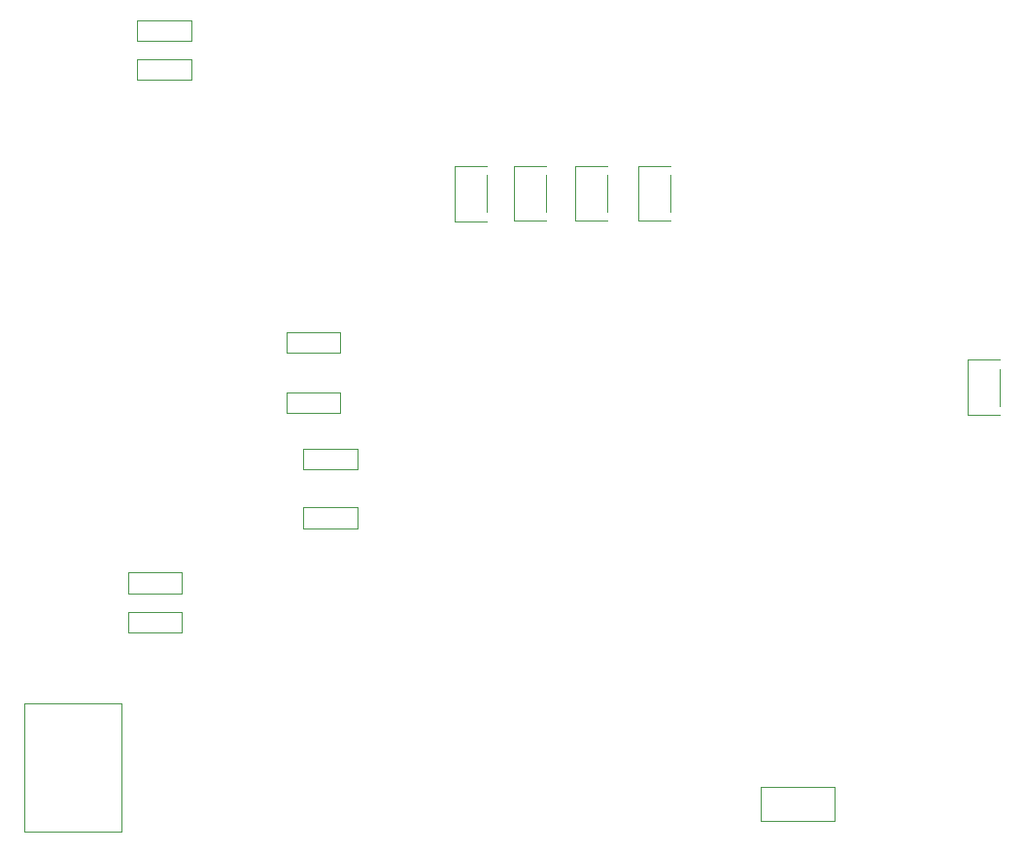
<source format=gbr>
G04 #@! TF.FileFunction,Other,User*
%FSLAX46Y46*%
G04 Gerber Fmt 4.6, Leading zero omitted, Abs format (unit mm)*
G04 Created by KiCad (PCBNEW 4.0.7-e2-6376~58~ubuntu16.04.1) date Fri Dec  1 14:53:18 2017*
%MOMM*%
%LPD*%
G01*
G04 APERTURE LIST*
%ADD10C,0.100000*%
%ADD11C,0.050000*%
G04 APERTURE END LIST*
D10*
D11*
X36507240Y-94190840D02*
X36507240Y-82990840D01*
X36507240Y-82990840D02*
X28057240Y-82990840D01*
X28057240Y-82990840D02*
X28057240Y-94190840D01*
X28057240Y-94190840D02*
X36507240Y-94190840D01*
X37047240Y-71640840D02*
X41747240Y-71640840D01*
X37047240Y-71640840D02*
X37047240Y-73440840D01*
X41747240Y-73440840D02*
X41747240Y-71640840D01*
X41747240Y-73440840D02*
X37047240Y-73440840D01*
X37050000Y-75050000D02*
X41750000Y-75050000D01*
X37050000Y-75050000D02*
X37050000Y-76850000D01*
X41750000Y-76850000D02*
X41750000Y-75050000D01*
X41750000Y-76850000D02*
X37050000Y-76850000D01*
X37847240Y-26890840D02*
X42547240Y-26890840D01*
X37847240Y-26890840D02*
X37847240Y-28690840D01*
X42547240Y-28690840D02*
X42547240Y-26890840D01*
X42547240Y-28690840D02*
X37847240Y-28690840D01*
X37847240Y-23490840D02*
X42547240Y-23490840D01*
X37847240Y-23490840D02*
X37847240Y-25290840D01*
X42547240Y-25290840D02*
X42547240Y-23490840D01*
X42547240Y-25290840D02*
X37847240Y-25290840D01*
X113050000Y-53100000D02*
X110250000Y-53100000D01*
X110250000Y-57900000D02*
X113050000Y-57900000D01*
X110250000Y-57900000D02*
X110250000Y-53100000D01*
X113050000Y-57100000D02*
X113050000Y-53900000D01*
X68300000Y-36200000D02*
X65500000Y-36200000D01*
X65500000Y-41000000D02*
X68300000Y-41000000D01*
X65500000Y-41000000D02*
X65500000Y-36200000D01*
X68300000Y-40200000D02*
X68300000Y-37000000D01*
X73497240Y-36190840D02*
X70697240Y-36190840D01*
X70697240Y-40990840D02*
X73497240Y-40990840D01*
X70697240Y-40990840D02*
X70697240Y-36190840D01*
X73497240Y-40190840D02*
X73497240Y-36990840D01*
X78797240Y-36190840D02*
X75997240Y-36190840D01*
X75997240Y-40990840D02*
X78797240Y-40990840D01*
X75997240Y-40990840D02*
X75997240Y-36190840D01*
X78797240Y-40190840D02*
X78797240Y-36990840D01*
X84297240Y-36190840D02*
X81497240Y-36190840D01*
X81497240Y-40990840D02*
X84297240Y-40990840D01*
X81497240Y-40990840D02*
X81497240Y-36190840D01*
X84297240Y-40190840D02*
X84297240Y-36990840D01*
X50850000Y-55950000D02*
X55550000Y-55950000D01*
X50850000Y-55950000D02*
X50850000Y-57750000D01*
X55550000Y-57750000D02*
X55550000Y-55950000D01*
X55550000Y-57750000D02*
X50850000Y-57750000D01*
X50850000Y-50700000D02*
X55550000Y-50700000D01*
X50850000Y-50700000D02*
X50850000Y-52500000D01*
X55550000Y-52500000D02*
X55550000Y-50700000D01*
X55550000Y-52500000D02*
X50850000Y-52500000D01*
X52350000Y-65950000D02*
X57050000Y-65950000D01*
X52350000Y-65950000D02*
X52350000Y-67750000D01*
X57050000Y-67750000D02*
X57050000Y-65950000D01*
X57050000Y-67750000D02*
X52350000Y-67750000D01*
X52350000Y-60850000D02*
X57050000Y-60850000D01*
X52350000Y-60850000D02*
X52350000Y-62650000D01*
X57050000Y-62650000D02*
X57050000Y-60850000D01*
X57050000Y-62650000D02*
X52350000Y-62650000D01*
X92170000Y-90310000D02*
X98670000Y-90310000D01*
X92170000Y-90310000D02*
X92170000Y-93310000D01*
X98670000Y-93310000D02*
X98670000Y-90310000D01*
X98670000Y-93310000D02*
X92170000Y-93310000D01*
M02*

</source>
